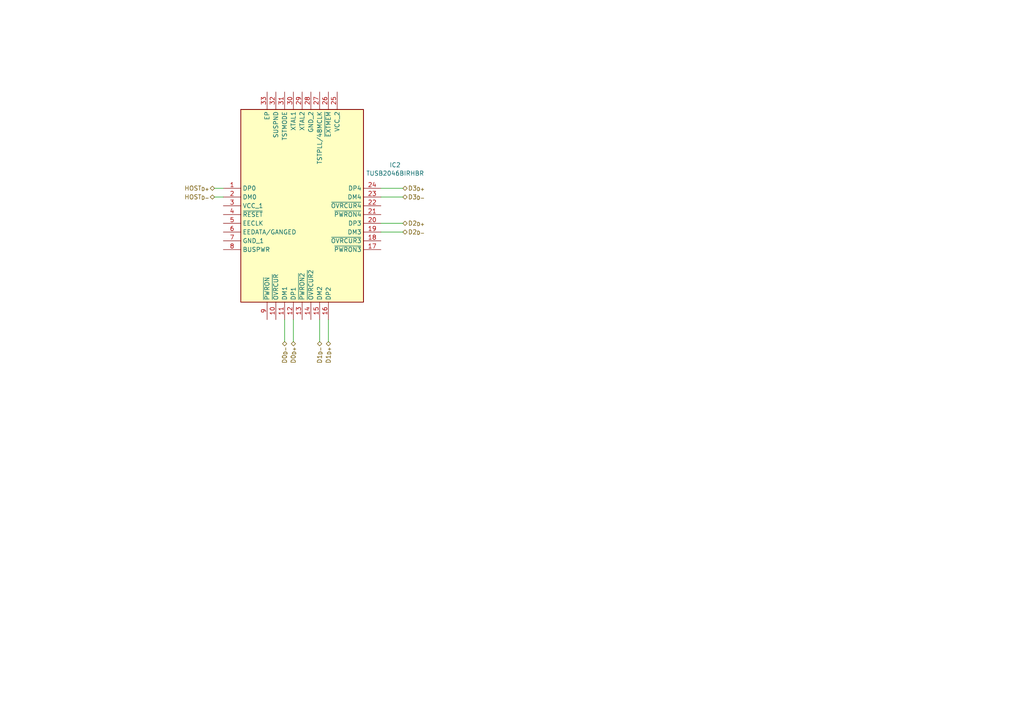
<source format=kicad_sch>
(kicad_sch (version 20230121) (generator eeschema)
  (paper "A4")
  (lib_symbols
    (symbol "compi:TUSB2046BIRHBR"
      (property "Reference" "IC" (at 41.91 27.94 0))
      (property "Value" "TUSB2046BIRHBR" (at 41.91 25.4 0))
      (symbol "TUSB2046BIRHBR_1_1"
        (rectangle (start 5.08 22.86) (end 40.64 -33.02) (stroke (width 0.254)) (fill (type background)))
        (pin passive line (at 0 0 0) (length 5.08) (name "DP0") (number "1"))
        (pin passive line (at 15.24 -38.1 90) (length 5.08) (name "~{OVRCUR}") (number "10"))
        (pin passive line (at 17.78 -38.1 90) (length 5.08) (name "DM1") (number "11"))
        (pin passive line (at 20.32 -38.1 90) (length 5.08) (name "DP1") (number "12"))
        (pin passive line (at 22.86 -38.1 90) (length 5.08) (name "~{PWRON2}") (number "13"))
        (pin passive line (at 25.4 -38.1 90) (length 5.08) (name "~{OVRCUR2}") (number "14"))
        (pin passive line (at 27.94 -38.1 90) (length 5.08) (name "DM2") (number "15"))
        (pin passive line (at 30.48 -38.1 90) (length 5.08) (name "DP2") (number "16"))
        (pin passive line (at 45.72 -17.78 180) (length 5.08) (name "~{PWRON3}") (number "17"))
        (pin passive line (at 45.72 -15.24 180) (length 5.08) (name "~{OVRCUR3}") (number "18"))
        (pin passive line (at 45.72 -12.7 180) (length 5.08) (name "DM3") (number "19"))
        (pin passive line (at 0 -2.54 0) (length 5.08) (name "DM0") (number "2"))
        (pin passive line (at 45.72 -10.16 180) (length 5.08) (name "DP3") (number "20"))
        (pin passive line (at 45.72 -7.62 180) (length 5.08) (name "~{PWRON4}") (number "21"))
        (pin passive line (at 45.72 -5.08 180) (length 5.08) (name "~{OVRCUR4}") (number "22"))
        (pin passive line (at 45.72 -2.54 180) (length 5.08) (name "DM4") (number "23"))
        (pin passive line (at 45.72 0 180) (length 5.08) (name "DP4") (number "24"))
        (pin passive line (at 33.02 27.94 270) (length 5.08) (name "VCC_2") (number "25"))
        (pin passive line (at 30.48 27.94 270) (length 5.08) (name "~{EXTMEM}") (number "26"))
        (pin passive line (at 27.94 27.94 270) (length 5.08) (name "TSTPLL/48MCLK") (number "27"))
        (pin passive line (at 25.4 27.94 270) (length 5.08) (name "GND_2") (number "28"))
        (pin passive line (at 22.86 27.94 270) (length 5.08) (name "XTAL2") (number "29"))
        (pin passive line (at 0 -5.08 0) (length 5.08) (name "VCC_1") (number "3"))
        (pin passive line (at 20.32 27.94 270) (length 5.08) (name "XTAL1") (number "30"))
        (pin passive line (at 17.78 27.94 270) (length 5.08) (name "TSTMODE") (number "31"))
        (pin passive line (at 15.24 27.94 270) (length 5.08) (name "SUSPND") (number "32"))
        (pin passive line (at 12.7 27.94 270) (length 5.08) (name "EP") (number "33"))
        (pin passive line (at 0 -7.62 0) (length 5.08) (name "~{RESET}") (number "4"))
        (pin passive line (at 0 -10.16 0) (length 5.08) (name "EECLK") (number "5"))
        (pin passive line (at 0 -12.7 0) (length 5.08) (name "EEDATA/GANGED") (number "6"))
        (pin passive line (at 0 -15.24 0) (length 5.08) (name "GND_1") (number "7"))
        (pin passive line (at 0 -17.78 0) (length 5.08) (name "BUSPWR") (number "8"))
        (pin passive line (at 12.7 -38.1 90) (length 5.08) (name "~{PWRON}") (number "9"))
      )
    )
  )
  (wire (pts (xy 110.49 54.61) (xy 116.84 54.61)))
  (wire (pts (xy 110.49 57.15) (xy 116.84 57.15)))
  (wire (pts (xy 85.09 92.71) (xy 85.09 99.06)))
  (wire (pts (xy 110.49 64.77) (xy 116.84 64.77)))
  (wire (pts (xy 95.25 92.71) (xy 95.25 99.06)))
  (wire (pts (xy 110.49 67.31) (xy 116.84 67.31)))
  (wire (pts (xy 62.23 54.61) (xy 64.77 54.61)))
  (wire (pts (xy 82.55 92.71) (xy 82.55 99.06)))
  (wire (pts (xy 62.23 57.15) (xy 64.77 57.15)))
  (wire (pts (xy 92.71 92.71) (xy 92.71 99.06)))
  (hierarchical_label "D1_{D-}" (shape bidirectional) (at 92.71 99.06 270))
  (hierarchical_label "D3_{D-}" (shape bidirectional) (at 116.84 57.15 0))
  (hierarchical_label "D0_{D-}" (shape bidirectional) (at 82.55 99.06 270))
  (hierarchical_label "HOST_{D-}" (shape bidirectional) (at 62.23 57.15 180))
  (hierarchical_label "D2_{D+}" (shape bidirectional) (at 116.84 64.77 0))
  (hierarchical_label "HOST_{D+}" (shape bidirectional) (at 62.23 54.61 180))
  (hierarchical_label "D2_{D-}" (shape bidirectional) (at 116.84 67.31 0))
  (hierarchical_label "D0_{D+}" (shape bidirectional) (at 85.09 99.06 270))
  (hierarchical_label "D1_{D+}" (shape bidirectional) (at 95.25 99.06 270))
  (hierarchical_label "D3_{D+}" (shape bidirectional) (at 116.84 54.61 0))
  (symbol (lib_id "compi:TUSB2046BIRHBR") (at 64.77 54.61 0) (unit 1)
    (property "Reference" "IC2" (at 114.5986 47.8556 0))
    (property "Value" "TUSB2046BIRHBR" (at 114.5986 50.2798 0))
    (property "Footprint" "compi:TUSB2046BIRHBR" (effects hide))
    (property "Datasheet" "https://www.ti.com/general/docs/suppproductinfo.tsp?distId=10&gotoUrl=https%3A%2F%2Fwww.ti.com%2Flit%2Fgpn%2Ftusb2046b" (effects hide))
    (property "DigiKey Part No." "296-21926-1-ND" (effects hide))
    (property "TroniDex Component ID" "TUSB2046BIRHBR" (effects hide))
    (property "TroniDex Part No." "TUSB2046BIRHBR" (effects hide))
    (instances (project "Mainboard" (path "" (reference "IC2") (unit 1)) (path "" (reference "IC1") (unit 1)) (path "" (reference "IC3") (unit 1))))
  )
)
</source>
